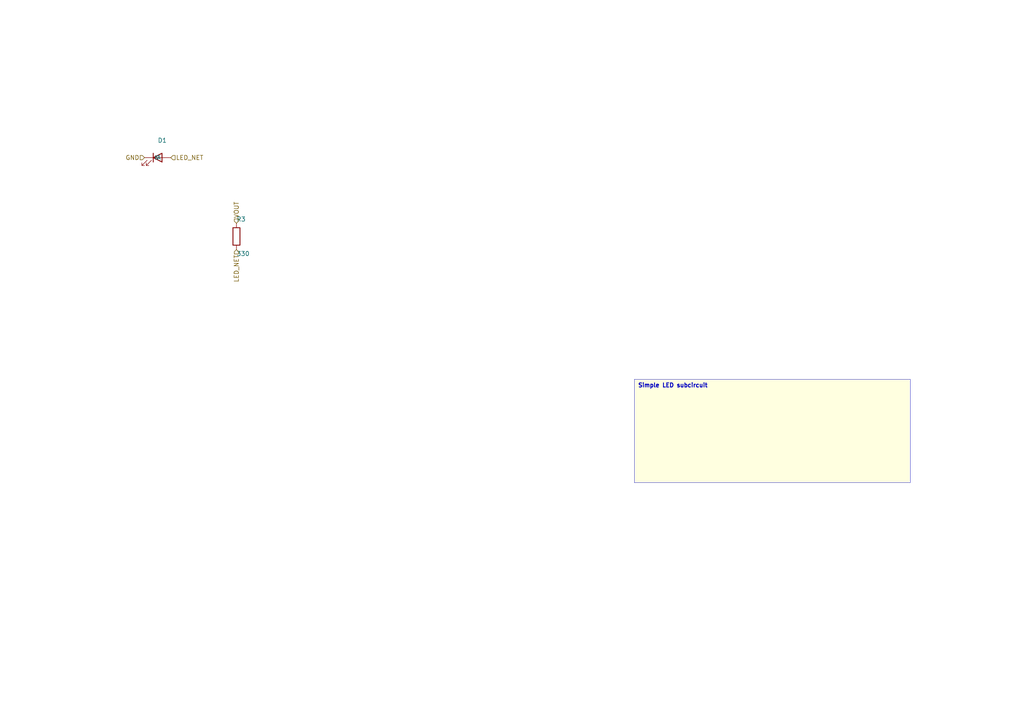
<source format=kicad_sch>
(kicad_sch (version 20250114) (generator "circuit_synth") (generator_version "9.0")
  (paper "A4")
  (lib_symbols
    (symbol "Device:LED" (pin_numbers hide) (pin_names (offset 0.254))
      (property "Reference" "D" (at 0.0 0.0 0))
      (property "Value" "LED" (at 0.0 0.0 0))
      (property "Sim.Pins" "1=K 2=A" (at 0.0 0.0 0))
      (symbol "LED_0_1"
        (polyline (pts (xy -3.048 -0.762) (xy -4.572 -2.286) (xy -3.81 -2.286) (xy -4.572 -2.286) (xy -4.572 -1.524)) (stroke (width 0.0)))
        (polyline (pts (xy -1.778 -0.762) (xy -3.302 -2.286) (xy -2.54 -2.286) (xy -3.302 -2.286) (xy -3.302 -1.524)) (stroke (width 0.0)))
        (polyline (pts (xy -1.27 0.0) (xy 1.27 0.0)) (stroke (width 0.0)))
        (polyline (pts (xy -1.27 -1.27) (xy -1.27 1.27)) (stroke (width 0.254)))
        (polyline (pts (xy 1.27 -1.27) (xy 1.27 1.27) (xy -1.27 0.0) (xy 1.27 -1.27)) (stroke (width 0.254)))
      )
      (symbol "LED_1_1"
        (pin passive line (at -3.81 0.0 0) (length 2.54) (name K) (number "1"))
        (pin passive line (at 3.81 0.0 180) (length 2.54) (name A) (number "2"))
      )
    )
    (symbol "Device:R" (pin_numbers hide) (pin_names (offset 0.254))
      (property "Reference" "R" (at 0.0 0.0 0))
      (property "Value" "R" (at 0.0 0.0 0))
      (symbol "R_0_1"
        (rectangle (start -1.016 -2.54) (end 1.016 2.54) (stroke (width 0.254)))
      )
      (symbol "R_1_1"
        (pin passive line (at 0.0 3.81 270) (length 1.27) (name ~) (number "1"))
        (pin passive line (at 0.0 -3.81 90) (length 1.27) (name ~) (number "2"))
      )
    )
  )
  (title_block (title LED_Circuit) (date 2025-08-06) (company Circuit-Synth))
  (symbol (lib_id "Device:LED") (at 45.72 45.72 0) (unit 1)
    (property "Reference" "D1" (at 45.72 40.72 0) (effects (justify left)))
  )
  (symbol (lib_id "Device:R") (at 68.58 68.58 0) (unit 1)
    (property "Reference" "R3" (at 68.58 63.58 0) (effects (justify left)))
    (property "Value" "330" (at 68.58 73.58 0) (effects (justify left)))
  )
  (hierarchical_label GND (shape input) (at 41.91 45.72 180))
  (hierarchical_label LED_NET (shape input) (at 49.53 45.72 0))
  (hierarchical_label LED_NET (shape input) (at 68.58 72.39 270))
  (hierarchical_label VOUT (shape input) (at 68.58 64.77 90))
  (text_box "Simple LED subcircuit" (exclude_from_sim yes) (at 184.0 110.0 0) (size 80.0 30.0) (margins 1.0 1.0 1.0 1.0) (stroke (width 0.1)) (fill (type color) (color 255 255 224 1)) (effects (font (size 1.2 1.2) (thickness 0.254)) (justify left top)))
)
</source>
